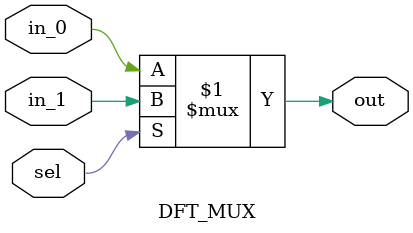
<source format=v>
module DFT_MUX (
                 input wire  in_0,in_1,sel,
                 output wire  out
                );
    
assign out = sel ? in_1:in_0 ;


endmodule

</source>
